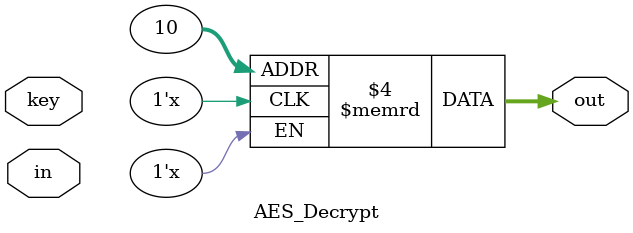
<source format=sv>
module AES_Decrypt#(parameter N=128,parameter Nr=10,parameter Nk=4)(in,key,out);
input [127:0] in;
input [N-1:0] key;
output [127:0] out;
logic [(128*(Nr+1))-1 :0] fullkeys;
logic [127:0] states [Nr+1:0] ;
logic [127:0] afterSubBytes;
logic [127:0] afterShiftRows;

keyExpansion #(Nk,Nr) ke (key,fullkeys);

addRoundKey addrk1 (in,states[0],fullkeys[127:0]);

genvar i;
generate
	
	for(i=1; i<Nr ;i=i+1)begin : loop
		decryptRound dr(states[i-1],fullkeys[i*128+:128],states[i]);
		
		end
		inverseShiftRows sr(states[Nr-1],afterShiftRows);
		inverseSubBytes sb(afterShiftRows,afterSubBytes);
		addRoundKey addrk2(afterSubBytes,states[Nr],fullkeys[((128*(Nr+1))-1)-:128]);
			assign out=states[Nr];

endgenerate
endmodule
</source>
